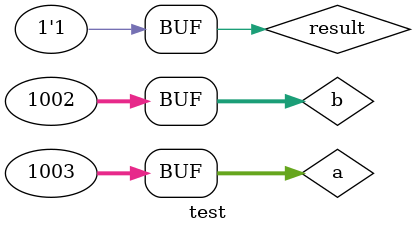
<source format=v>
/*
 * Copyright (c) 2000 Steven Wilson (stevew@homeaddress.org)
 *
 *    This source code is free software; you can redistribute it
 *    and/or modify it in source code form under the terms of the GNU
 *    General Public License as published by the Free Software
 *    Foundation; either version 2 of the License, or (at your option)
 *    any later version.
 *
 *    This program is distributed in the hope that it will be useful,
 *    but WITHOUT ANY WARRANTY; without even the implied warranty of
 *    MERCHANTABILITY or FITNESS FOR A PARTICULAR PURPOSE.  See the
 *    GNU General Public License for more details.
 *
 *    You should have received a copy of the GNU General Public License
 *    along with this program; if not, write to the Free Software
 *    Foundation, Inc., 59 Temple Place - Suite 330, Boston, MA 02111-1307, USA
 */

/*
 *  This test looks for >= operation in a continuous assignment.
 */
module test;

integer a;
integer b;
wire  result;
integer error;

assign result = (a >= b);

initial
  begin
    a =  0;
    b = 0;
    error = 0;
    #5 ;
    if( result !== 1'b1)
       error =1;
    a = 1;
    #5;
    if( result !== 1'b1)
       error =1;

    b = 1;
    #5 ;
    if( result !== 1'b1)
       error =1;

    a = 1001;
    b = 1002;
    #5 ;
    if( result !== 1'b0)
       error =1;
    a = 1003;
    #5 ;
    if( result !== 1'b1)
       error =1;

    if(error === 0)
	    $display("PASSED");
    else
	    $display("FAILED");
  end

endmodule

</source>
